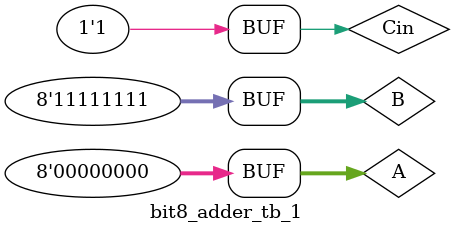
<source format=v>
`timescale 1ns / 1ps

module bit8_adder_tb_1 ();
  reg Cin;
  reg [7:0] A;
  reg [7:0] B;
  initial begin
    Cin <= 1'bx;
    A <= 8'b0;
    B <= 8'b11111111;
  end

  initial begin
    #20 Cin <= 1'b1;
  end
  wire [7:0] S;
  wire Cout;
  bit8_adder_v bit8_adder_v(
    .A(A),
    .B(B),
    .Cin(Cin),
    .S(S),
    .Cout(Cout)
  );


endmodule //multiplexer_4to1_tb

</source>
